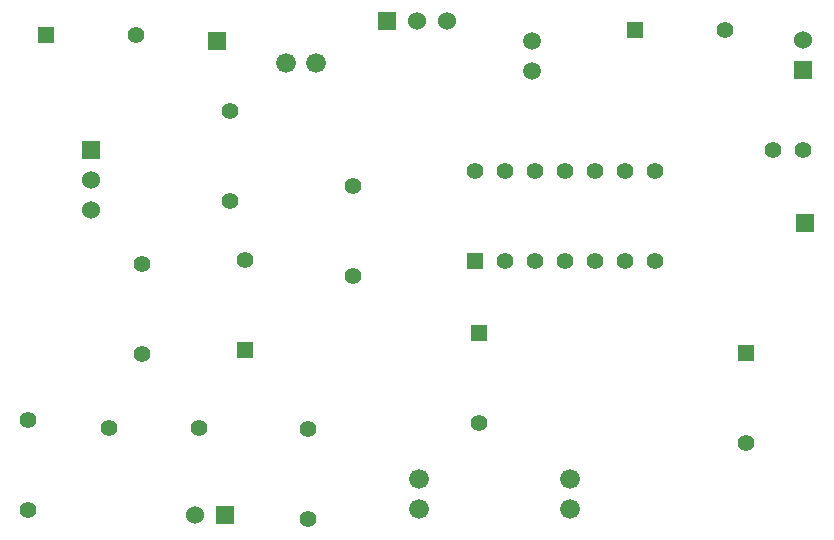
<source format=gbl>
G04 (created by PCBNEW (2013-june-11)-stable) date Tue 26 Nov 2013 22:50:24 ART*
%MOIN*%
G04 Gerber Fmt 3.4, Leading zero omitted, Abs format*
%FSLAX34Y34*%
G01*
G70*
G90*
G04 APERTURE LIST*
%ADD10C,0.00590551*%
%ADD11C,0.055*%
%ADD12R,0.06X0.06*%
%ADD13C,0.06*%
%ADD14C,0.066*%
%ADD15C,0.0591*%
%ADD16R,0.055X0.055*%
%ADD17R,0.056X0.056*%
%ADD18C,0.056*%
G04 APERTURE END LIST*
G54D10*
G54D11*
X89779Y-42500D03*
X89779Y-45500D03*
X84240Y-37000D03*
X84240Y-40000D03*
X87179Y-34920D03*
X87179Y-31920D03*
X83140Y-42459D03*
X86140Y-42459D03*
X80459Y-45220D03*
X80459Y-42220D03*
X91279Y-34420D03*
X91279Y-37420D03*
G54D12*
X82559Y-33200D03*
G54D13*
X82559Y-34200D03*
X82559Y-35200D03*
G54D12*
X92420Y-28920D03*
G54D13*
X93420Y-28920D03*
X94420Y-28920D03*
G54D12*
X106300Y-30540D03*
G54D13*
X106300Y-29540D03*
G54D12*
X87020Y-45359D03*
G54D13*
X86020Y-45359D03*
G54D12*
X106359Y-35640D03*
X86740Y-29580D03*
G54D14*
X90040Y-30320D03*
X89040Y-30320D03*
X98520Y-44159D03*
X98520Y-45159D03*
X93479Y-45159D03*
X93479Y-44159D03*
G54D15*
X97240Y-30560D03*
X97240Y-29560D03*
G54D16*
X95359Y-36920D03*
G54D11*
X96359Y-36920D03*
X97359Y-36920D03*
X98359Y-36920D03*
X99359Y-36920D03*
X100359Y-36920D03*
X101359Y-36920D03*
X101359Y-33920D03*
X100359Y-33920D03*
X99359Y-33920D03*
X98359Y-33920D03*
X97359Y-33920D03*
X96359Y-33920D03*
X95359Y-33920D03*
G54D16*
X95479Y-39320D03*
G54D11*
X95479Y-42320D03*
G54D16*
X87679Y-39860D03*
G54D11*
X87679Y-36860D03*
G54D16*
X81040Y-29360D03*
G54D11*
X84040Y-29360D03*
G54D16*
X100700Y-29220D03*
G54D11*
X103700Y-29220D03*
X105279Y-33220D03*
X106279Y-33220D03*
G54D17*
X104379Y-39979D03*
G54D18*
X104379Y-42979D03*
M02*

</source>
